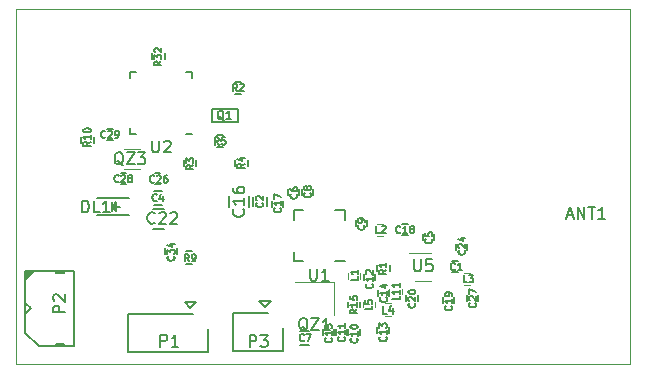
<source format=gbr>
G04 #@! TF.FileFunction,Legend,Top*
%FSLAX46Y46*%
G04 Gerber Fmt 4.6, Leading zero omitted, Abs format (unit mm)*
G04 Created by KiCad (PCBNEW 4.0.2+dfsg1-stable) date mer 23 gen 2019 10:30:30 CET*
%MOMM*%
G01*
G04 APERTURE LIST*
%ADD10C,0.100000*%
%ADD11C,0.150000*%
%ADD12C,0.120000*%
G04 APERTURE END LIST*
D10*
X173697120Y-70957440D02*
X121697120Y-70957440D01*
X173697120Y-100957440D02*
X173697120Y-70957440D01*
X121697120Y-100957440D02*
X173697120Y-100957440D01*
X121697120Y-70957440D02*
X121697120Y-100957440D01*
D11*
X158642240Y-93241960D02*
X159142240Y-93241960D01*
X159142240Y-92291960D02*
X158642240Y-92291960D01*
X141744140Y-87582300D02*
X141744140Y-86882300D01*
X142944140Y-86882300D02*
X142944140Y-87582300D01*
X134087202Y-87563456D02*
X133387202Y-87563456D01*
X133387202Y-86363456D02*
X134087202Y-86363456D01*
X156161720Y-89997280D02*
X156161720Y-90497280D01*
X157111720Y-90497280D02*
X157111720Y-89997280D01*
X144711400Y-86197440D02*
X144711400Y-86697440D01*
X145661400Y-86697440D02*
X145661400Y-86197440D01*
X145772960Y-98196920D02*
X146472960Y-98196920D01*
X146472960Y-99396920D02*
X145772960Y-99396920D01*
X145892500Y-86210140D02*
X145892500Y-86710140D01*
X146842500Y-86710140D02*
X146842500Y-86210140D01*
X150472120Y-88847840D02*
X150472120Y-89347840D01*
X151422120Y-89347840D02*
X151422120Y-88847840D01*
X150799820Y-98518600D02*
X150799820Y-98018600D01*
X149849820Y-98018600D02*
X149849820Y-98518600D01*
X149738100Y-98519780D02*
X149738100Y-98019780D01*
X148788100Y-98019780D02*
X148788100Y-98519780D01*
X151122360Y-93398340D02*
X151122360Y-93898340D01*
X152072360Y-93898340D02*
X152072360Y-93398340D01*
X153253460Y-98401760D02*
X153253460Y-97901760D01*
X152303460Y-97901760D02*
X152303460Y-98401760D01*
X152328860Y-94708980D02*
X152328860Y-95208980D01*
X153278860Y-95208980D02*
X153278860Y-94708980D01*
X148612880Y-98521140D02*
X148612880Y-98021140D01*
X147662880Y-98021140D02*
X147662880Y-98521140D01*
X139705980Y-86732300D02*
X139705980Y-87732300D01*
X141405980Y-87732300D02*
X141405980Y-86732300D01*
X143380440Y-87193400D02*
X143380440Y-87693400D01*
X144330440Y-87693400D02*
X144330440Y-87193400D01*
X154402980Y-90115220D02*
X154902980Y-90115220D01*
X154902980Y-89165220D02*
X154402980Y-89165220D01*
X158810980Y-95866840D02*
X158810980Y-95366840D01*
X157860980Y-95366840D02*
X157860980Y-95866840D01*
X154744400Y-95140780D02*
X154744400Y-95640780D01*
X155694400Y-95640780D02*
X155694400Y-95140780D01*
X133270222Y-89568596D02*
X134270222Y-89568596D01*
X134270222Y-87868596D02*
X133270222Y-87868596D01*
X158965880Y-90829220D02*
X158965880Y-91329220D01*
X159915880Y-91329220D02*
X159915880Y-90829220D01*
X133432682Y-85774756D02*
X133932682Y-85774756D01*
X133932682Y-84824756D02*
X133432682Y-84824756D01*
X160817580Y-95630620D02*
X160817580Y-95130620D01*
X159867580Y-95130620D02*
X159867580Y-95630620D01*
X130549602Y-85759516D02*
X131049602Y-85759516D01*
X131049602Y-84809516D02*
X130549602Y-84809516D01*
X129907962Y-81060476D02*
X129407962Y-81060476D01*
X129407962Y-82010476D02*
X129907962Y-82010476D01*
X134348200Y-91191080D02*
X134348200Y-91691080D01*
X135298200Y-91691080D02*
X135298200Y-91191080D01*
X128564840Y-88424260D02*
X131264840Y-88424260D01*
X128564840Y-86924260D02*
X131264840Y-86924260D01*
X130064840Y-87824260D02*
X130064840Y-87574260D01*
X130064840Y-87574260D02*
X129914840Y-87724260D01*
X129814840Y-87324260D02*
X129814840Y-88024260D01*
X130164840Y-87674260D02*
X130514840Y-87674260D01*
X129814840Y-87674260D02*
X130164840Y-87324260D01*
X130164840Y-87324260D02*
X130164840Y-88024260D01*
X130164840Y-88024260D02*
X129814840Y-87674260D01*
D12*
X150862440Y-93794620D02*
X150862440Y-93294620D01*
X149802440Y-93294620D02*
X149802440Y-93794620D01*
X152301980Y-90177840D02*
X152801980Y-90177840D01*
X152801980Y-89117840D02*
X152301980Y-89117840D01*
X159637500Y-94335820D02*
X160137500Y-94335820D01*
X160137500Y-93275820D02*
X159637500Y-93275820D01*
X152970840Y-96926620D02*
X153470840Y-96926620D01*
X153470840Y-95866620D02*
X152970840Y-95866620D01*
X151069900Y-95709320D02*
X151069900Y-96209320D01*
X152129900Y-96209320D02*
X152129900Y-95709320D01*
X153282240Y-94610340D02*
X153282240Y-95110340D01*
X154342240Y-95110340D02*
X154342240Y-94610340D01*
D11*
X137972620Y-98034460D02*
X137972620Y-99964460D01*
X137972620Y-99964460D02*
X131222620Y-99964460D01*
X131222620Y-99964460D02*
X131222620Y-96764460D01*
X131222620Y-96764460D02*
X136702620Y-96764460D01*
X136472620Y-96264460D02*
X135972620Y-95764460D01*
X135972620Y-95764460D02*
X136972620Y-95764460D01*
X136972620Y-95764460D02*
X136472620Y-96264460D01*
X122489720Y-93091720D02*
X122489720Y-98391720D01*
X126589720Y-99491720D02*
X123639720Y-99491720D01*
X123639720Y-99491720D02*
X122489720Y-98391720D01*
X125089720Y-93091720D02*
X125089720Y-93291720D01*
X125089720Y-93291720D02*
X125739720Y-93291720D01*
X125739720Y-93291720D02*
X125739720Y-93141720D01*
X125089720Y-99291720D02*
X125739720Y-99291720D01*
X125739720Y-99291720D02*
X125739720Y-99491720D01*
X125089720Y-99491720D02*
X125089720Y-99291720D01*
X122539720Y-93341720D02*
X122739720Y-93141720D01*
X122739720Y-93141720D02*
X122539720Y-93191720D01*
X122489720Y-93541720D02*
X122839720Y-93141720D01*
X122539720Y-93741720D02*
X123089720Y-93141720D01*
X123239720Y-93141720D02*
X122539720Y-93841720D01*
X123039720Y-93091720D02*
X122489720Y-93641720D01*
X122939720Y-96291720D02*
X122539720Y-96691720D01*
X122939720Y-96291720D02*
X122539720Y-95891720D01*
X122489720Y-93091720D02*
X126589720Y-93091720D01*
X126589720Y-93091720D02*
X126589720Y-99491720D01*
X144301340Y-97944100D02*
X144301340Y-99874100D01*
X144301340Y-99874100D02*
X140051340Y-99874100D01*
X140051340Y-99874100D02*
X140051340Y-96674100D01*
X140051340Y-96674100D02*
X143031340Y-96674100D01*
X142801340Y-96174100D02*
X142301340Y-95674100D01*
X142301340Y-95674100D02*
X143301340Y-95674100D01*
X143301340Y-95674100D02*
X142801340Y-96174100D01*
X140502820Y-80534600D02*
X140502820Y-79434600D01*
X140502820Y-79434600D02*
X138302820Y-79434600D01*
X138302820Y-79434600D02*
X138302820Y-80534600D01*
X138302820Y-80534600D02*
X140452820Y-80534600D01*
X140452820Y-80534600D02*
X140502820Y-80534600D01*
D12*
X130819382Y-84511056D02*
X132169382Y-84511056D01*
X130819382Y-82761056D02*
X132169382Y-82761056D01*
D11*
X152278860Y-92631260D02*
X152278860Y-93131260D01*
X153328860Y-93131260D02*
X153328860Y-92631260D01*
X140772540Y-77130420D02*
X140272540Y-77130420D01*
X140272540Y-78180420D02*
X140772540Y-78180420D01*
X136939362Y-84247156D02*
X136939362Y-83747156D01*
X135889362Y-83747156D02*
X135889362Y-84247156D01*
X141315782Y-84256896D02*
X141315782Y-83756896D01*
X140265782Y-83756896D02*
X140265782Y-84256896D01*
X138719602Y-82644676D02*
X139219602Y-82644676D01*
X139219602Y-81594676D02*
X138719602Y-81594676D01*
X136102280Y-92507100D02*
X136602280Y-92507100D01*
X136602280Y-91457100D02*
X136102280Y-91457100D01*
X128275422Y-82245216D02*
X128275422Y-81745216D01*
X127225422Y-81745216D02*
X127225422Y-82245216D01*
X149809980Y-95709320D02*
X149809980Y-96209320D01*
X150859980Y-96209320D02*
X150859980Y-95709320D01*
X133222362Y-74661156D02*
X133222362Y-75161156D01*
X134272362Y-75161156D02*
X134272362Y-74661156D01*
D12*
X156866820Y-91622200D02*
X154966820Y-91622200D01*
X155466820Y-93942200D02*
X156866820Y-93942200D01*
X148628340Y-96869940D02*
X148628340Y-94069940D01*
X148628340Y-94069940D02*
X145328340Y-94069940D01*
D11*
X145223180Y-92298380D02*
X145223180Y-91523380D01*
X149523180Y-87998380D02*
X149523180Y-88773380D01*
X145223180Y-87998380D02*
X145223180Y-88773380D01*
X149523180Y-92298380D02*
X148748180Y-92298380D01*
X149523180Y-87998380D02*
X148748180Y-87998380D01*
X145223180Y-87998380D02*
X145998180Y-87998380D01*
X145223180Y-92298380D02*
X145998180Y-92298380D01*
X131372722Y-81510156D02*
X131372722Y-80985156D01*
X136622722Y-76260156D02*
X136622722Y-76785156D01*
X131372722Y-76260156D02*
X131372722Y-76785156D01*
X136622722Y-81510156D02*
X136097722Y-81510156D01*
X136622722Y-76260156D02*
X136097722Y-76260156D01*
X131372722Y-76260156D02*
X131897722Y-76260156D01*
X131372722Y-81510156D02*
X131897722Y-81510156D01*
X168339972Y-88424047D02*
X168816163Y-88424047D01*
X168244734Y-88709761D02*
X168578067Y-87709761D01*
X168911401Y-88709761D01*
X169244734Y-88709761D02*
X169244734Y-87709761D01*
X169816163Y-88709761D01*
X169816163Y-87709761D01*
X170149496Y-87709761D02*
X170720925Y-87709761D01*
X170435210Y-88709761D02*
X170435210Y-87709761D01*
X171578068Y-88709761D02*
X171006639Y-88709761D01*
X171292353Y-88709761D02*
X171292353Y-87709761D01*
X171197115Y-87852618D01*
X171101877Y-87947856D01*
X171006639Y-87995475D01*
X158873520Y-92977626D02*
X158844949Y-93006197D01*
X158759235Y-93034769D01*
X158702092Y-93034769D01*
X158616377Y-93006197D01*
X158559235Y-92949054D01*
X158530663Y-92891911D01*
X158502092Y-92777626D01*
X158502092Y-92691911D01*
X158530663Y-92577626D01*
X158559235Y-92520483D01*
X158616377Y-92463340D01*
X158702092Y-92434769D01*
X158759235Y-92434769D01*
X158844949Y-92463340D01*
X158873520Y-92491911D01*
X159444949Y-93034769D02*
X159102092Y-93034769D01*
X159273520Y-93034769D02*
X159273520Y-92434769D01*
X159216377Y-92520483D01*
X159159235Y-92577626D01*
X159102092Y-92606197D01*
X142568586Y-87349000D02*
X142597157Y-87377571D01*
X142625729Y-87463285D01*
X142625729Y-87520428D01*
X142597157Y-87606143D01*
X142540014Y-87663285D01*
X142482871Y-87691857D01*
X142368586Y-87720428D01*
X142282871Y-87720428D01*
X142168586Y-87691857D01*
X142111443Y-87663285D01*
X142054300Y-87606143D01*
X142025729Y-87520428D01*
X142025729Y-87463285D01*
X142054300Y-87377571D01*
X142082871Y-87349000D01*
X142082871Y-87120428D02*
X142054300Y-87091857D01*
X142025729Y-87034714D01*
X142025729Y-86891857D01*
X142054300Y-86834714D01*
X142082871Y-86806143D01*
X142140014Y-86777571D01*
X142197157Y-86777571D01*
X142282871Y-86806143D01*
X142625729Y-87149000D01*
X142625729Y-86777571D01*
X133603060Y-87155946D02*
X133574489Y-87184517D01*
X133488775Y-87213089D01*
X133431632Y-87213089D01*
X133345917Y-87184517D01*
X133288775Y-87127374D01*
X133260203Y-87070231D01*
X133231632Y-86955946D01*
X133231632Y-86870231D01*
X133260203Y-86755946D01*
X133288775Y-86698803D01*
X133345917Y-86641660D01*
X133431632Y-86613089D01*
X133488775Y-86613089D01*
X133574489Y-86641660D01*
X133603060Y-86670231D01*
X134117346Y-86813089D02*
X134117346Y-87213089D01*
X133974489Y-86584517D02*
X133831632Y-87013089D01*
X134203060Y-87013089D01*
X156881486Y-90422400D02*
X156910057Y-90450971D01*
X156938629Y-90536685D01*
X156938629Y-90593828D01*
X156910057Y-90679543D01*
X156852914Y-90736685D01*
X156795771Y-90765257D01*
X156681486Y-90793828D01*
X156595771Y-90793828D01*
X156481486Y-90765257D01*
X156424343Y-90736685D01*
X156367200Y-90679543D01*
X156338629Y-90593828D01*
X156338629Y-90536685D01*
X156367200Y-90450971D01*
X156395771Y-90422400D01*
X156338629Y-89879543D02*
X156338629Y-90165257D01*
X156624343Y-90193828D01*
X156595771Y-90165257D01*
X156567200Y-90108114D01*
X156567200Y-89965257D01*
X156595771Y-89908114D01*
X156624343Y-89879543D01*
X156681486Y-89850971D01*
X156824343Y-89850971D01*
X156881486Y-89879543D01*
X156910057Y-89908114D01*
X156938629Y-89965257D01*
X156938629Y-90108114D01*
X156910057Y-90165257D01*
X156881486Y-90193828D01*
X145454026Y-86614940D02*
X145482597Y-86643511D01*
X145511169Y-86729225D01*
X145511169Y-86786368D01*
X145482597Y-86872083D01*
X145425454Y-86929225D01*
X145368311Y-86957797D01*
X145254026Y-86986368D01*
X145168311Y-86986368D01*
X145054026Y-86957797D01*
X144996883Y-86929225D01*
X144939740Y-86872083D01*
X144911169Y-86786368D01*
X144911169Y-86729225D01*
X144939740Y-86643511D01*
X144968311Y-86614940D01*
X144911169Y-86100654D02*
X144911169Y-86214940D01*
X144939740Y-86272083D01*
X144968311Y-86300654D01*
X145054026Y-86357797D01*
X145168311Y-86386368D01*
X145396883Y-86386368D01*
X145454026Y-86357797D01*
X145482597Y-86329225D01*
X145511169Y-86272083D01*
X145511169Y-86157797D01*
X145482597Y-86100654D01*
X145454026Y-86072083D01*
X145396883Y-86043511D01*
X145254026Y-86043511D01*
X145196883Y-86072083D01*
X145168311Y-86100654D01*
X145139740Y-86157797D01*
X145139740Y-86272083D01*
X145168311Y-86329225D01*
X145196883Y-86357797D01*
X145254026Y-86386368D01*
X146087160Y-99007586D02*
X146058589Y-99036157D01*
X145972875Y-99064729D01*
X145915732Y-99064729D01*
X145830017Y-99036157D01*
X145772875Y-98979014D01*
X145744303Y-98921871D01*
X145715732Y-98807586D01*
X145715732Y-98721871D01*
X145744303Y-98607586D01*
X145772875Y-98550443D01*
X145830017Y-98493300D01*
X145915732Y-98464729D01*
X145972875Y-98464729D01*
X146058589Y-98493300D01*
X146087160Y-98521871D01*
X146287160Y-98464729D02*
X146687160Y-98464729D01*
X146430017Y-99064729D01*
X146612266Y-86503180D02*
X146640837Y-86531751D01*
X146669409Y-86617465D01*
X146669409Y-86674608D01*
X146640837Y-86760323D01*
X146583694Y-86817465D01*
X146526551Y-86846037D01*
X146412266Y-86874608D01*
X146326551Y-86874608D01*
X146212266Y-86846037D01*
X146155123Y-86817465D01*
X146097980Y-86760323D01*
X146069409Y-86674608D01*
X146069409Y-86617465D01*
X146097980Y-86531751D01*
X146126551Y-86503180D01*
X146326551Y-86160323D02*
X146297980Y-86217465D01*
X146269409Y-86246037D01*
X146212266Y-86274608D01*
X146183694Y-86274608D01*
X146126551Y-86246037D01*
X146097980Y-86217465D01*
X146069409Y-86160323D01*
X146069409Y-86046037D01*
X146097980Y-85988894D01*
X146126551Y-85960323D01*
X146183694Y-85931751D01*
X146212266Y-85931751D01*
X146269409Y-85960323D01*
X146297980Y-85988894D01*
X146326551Y-86046037D01*
X146326551Y-86160323D01*
X146355123Y-86217465D01*
X146383694Y-86246037D01*
X146440837Y-86274608D01*
X146555123Y-86274608D01*
X146612266Y-86246037D01*
X146640837Y-86217465D01*
X146669409Y-86160323D01*
X146669409Y-86046037D01*
X146640837Y-85988894D01*
X146612266Y-85960323D01*
X146555123Y-85931751D01*
X146440837Y-85931751D01*
X146383694Y-85960323D01*
X146355123Y-85988894D01*
X146326551Y-86046037D01*
X151171566Y-89248920D02*
X151200137Y-89277491D01*
X151228709Y-89363205D01*
X151228709Y-89420348D01*
X151200137Y-89506063D01*
X151142994Y-89563205D01*
X151085851Y-89591777D01*
X150971566Y-89620348D01*
X150885851Y-89620348D01*
X150771566Y-89591777D01*
X150714423Y-89563205D01*
X150657280Y-89506063D01*
X150628709Y-89420348D01*
X150628709Y-89363205D01*
X150657280Y-89277491D01*
X150685851Y-89248920D01*
X151228709Y-88963205D02*
X151228709Y-88848920D01*
X151200137Y-88791777D01*
X151171566Y-88763205D01*
X151085851Y-88706063D01*
X150971566Y-88677491D01*
X150742994Y-88677491D01*
X150685851Y-88706063D01*
X150657280Y-88734634D01*
X150628709Y-88791777D01*
X150628709Y-88906063D01*
X150657280Y-88963205D01*
X150685851Y-88991777D01*
X150742994Y-89020348D01*
X150885851Y-89020348D01*
X150942994Y-88991777D01*
X150971566Y-88963205D01*
X151000137Y-88906063D01*
X151000137Y-88791777D01*
X150971566Y-88734634D01*
X150942994Y-88706063D01*
X150885851Y-88677491D01*
X150559426Y-98818335D02*
X150587997Y-98846906D01*
X150616569Y-98932620D01*
X150616569Y-98989763D01*
X150587997Y-99075478D01*
X150530854Y-99132620D01*
X150473711Y-99161192D01*
X150359426Y-99189763D01*
X150273711Y-99189763D01*
X150159426Y-99161192D01*
X150102283Y-99132620D01*
X150045140Y-99075478D01*
X150016569Y-98989763D01*
X150016569Y-98932620D01*
X150045140Y-98846906D01*
X150073711Y-98818335D01*
X150616569Y-98246906D02*
X150616569Y-98589763D01*
X150616569Y-98418335D02*
X150016569Y-98418335D01*
X150102283Y-98475478D01*
X150159426Y-98532620D01*
X150187997Y-98589763D01*
X150016569Y-97875477D02*
X150016569Y-97818334D01*
X150045140Y-97761191D01*
X150073711Y-97732620D01*
X150130854Y-97704049D01*
X150245140Y-97675477D01*
X150387997Y-97675477D01*
X150502283Y-97704049D01*
X150559426Y-97732620D01*
X150587997Y-97761191D01*
X150616569Y-97818334D01*
X150616569Y-97875477D01*
X150587997Y-97932620D01*
X150559426Y-97961191D01*
X150502283Y-97989763D01*
X150387997Y-98018334D01*
X150245140Y-98018334D01*
X150130854Y-97989763D01*
X150073711Y-97961191D01*
X150045140Y-97932620D01*
X150016569Y-97875477D01*
X149505326Y-98711655D02*
X149533897Y-98740226D01*
X149562469Y-98825940D01*
X149562469Y-98883083D01*
X149533897Y-98968798D01*
X149476754Y-99025940D01*
X149419611Y-99054512D01*
X149305326Y-99083083D01*
X149219611Y-99083083D01*
X149105326Y-99054512D01*
X149048183Y-99025940D01*
X148991040Y-98968798D01*
X148962469Y-98883083D01*
X148962469Y-98825940D01*
X148991040Y-98740226D01*
X149019611Y-98711655D01*
X149562469Y-98140226D02*
X149562469Y-98483083D01*
X149562469Y-98311655D02*
X148962469Y-98311655D01*
X149048183Y-98368798D01*
X149105326Y-98425940D01*
X149133897Y-98483083D01*
X149562469Y-97568797D02*
X149562469Y-97911654D01*
X149562469Y-97740226D02*
X148962469Y-97740226D01*
X149048183Y-97797369D01*
X149105326Y-97854511D01*
X149133897Y-97911654D01*
X151854826Y-94192995D02*
X151883397Y-94221566D01*
X151911969Y-94307280D01*
X151911969Y-94364423D01*
X151883397Y-94450138D01*
X151826254Y-94507280D01*
X151769111Y-94535852D01*
X151654826Y-94564423D01*
X151569111Y-94564423D01*
X151454826Y-94535852D01*
X151397683Y-94507280D01*
X151340540Y-94450138D01*
X151311969Y-94364423D01*
X151311969Y-94307280D01*
X151340540Y-94221566D01*
X151369111Y-94192995D01*
X151911969Y-93621566D02*
X151911969Y-93964423D01*
X151911969Y-93792995D02*
X151311969Y-93792995D01*
X151397683Y-93850138D01*
X151454826Y-93907280D01*
X151483397Y-93964423D01*
X151369111Y-93392994D02*
X151340540Y-93364423D01*
X151311969Y-93307280D01*
X151311969Y-93164423D01*
X151340540Y-93107280D01*
X151369111Y-93078709D01*
X151426254Y-93050137D01*
X151483397Y-93050137D01*
X151569111Y-93078709D01*
X151911969Y-93421566D01*
X151911969Y-93050137D01*
X153015606Y-98696415D02*
X153044177Y-98724986D01*
X153072749Y-98810700D01*
X153072749Y-98867843D01*
X153044177Y-98953558D01*
X152987034Y-99010700D01*
X152929891Y-99039272D01*
X152815606Y-99067843D01*
X152729891Y-99067843D01*
X152615606Y-99039272D01*
X152558463Y-99010700D01*
X152501320Y-98953558D01*
X152472749Y-98867843D01*
X152472749Y-98810700D01*
X152501320Y-98724986D01*
X152529891Y-98696415D01*
X153072749Y-98124986D02*
X153072749Y-98467843D01*
X153072749Y-98296415D02*
X152472749Y-98296415D01*
X152558463Y-98353558D01*
X152615606Y-98410700D01*
X152644177Y-98467843D01*
X152472749Y-97924986D02*
X152472749Y-97553557D01*
X152701320Y-97753557D01*
X152701320Y-97667843D01*
X152729891Y-97610700D01*
X152758463Y-97582129D01*
X152815606Y-97553557D01*
X152958463Y-97553557D01*
X153015606Y-97582129D01*
X153044177Y-97610700D01*
X153072749Y-97667843D01*
X153072749Y-97839271D01*
X153044177Y-97896414D01*
X153015606Y-97924986D01*
X153066406Y-95366475D02*
X153094977Y-95395046D01*
X153123549Y-95480760D01*
X153123549Y-95537903D01*
X153094977Y-95623618D01*
X153037834Y-95680760D01*
X152980691Y-95709332D01*
X152866406Y-95737903D01*
X152780691Y-95737903D01*
X152666406Y-95709332D01*
X152609263Y-95680760D01*
X152552120Y-95623618D01*
X152523549Y-95537903D01*
X152523549Y-95480760D01*
X152552120Y-95395046D01*
X152580691Y-95366475D01*
X153123549Y-94795046D02*
X153123549Y-95137903D01*
X153123549Y-94966475D02*
X152523549Y-94966475D01*
X152609263Y-95023618D01*
X152666406Y-95080760D01*
X152694977Y-95137903D01*
X152723549Y-94280760D02*
X153123549Y-94280760D01*
X152494977Y-94423617D02*
X152923549Y-94566474D01*
X152923549Y-94195046D01*
X148390266Y-98787855D02*
X148418837Y-98816426D01*
X148447409Y-98902140D01*
X148447409Y-98959283D01*
X148418837Y-99044998D01*
X148361694Y-99102140D01*
X148304551Y-99130712D01*
X148190266Y-99159283D01*
X148104551Y-99159283D01*
X147990266Y-99130712D01*
X147933123Y-99102140D01*
X147875980Y-99044998D01*
X147847409Y-98959283D01*
X147847409Y-98902140D01*
X147875980Y-98816426D01*
X147904551Y-98787855D01*
X148447409Y-98216426D02*
X148447409Y-98559283D01*
X148447409Y-98387855D02*
X147847409Y-98387855D01*
X147933123Y-98444998D01*
X147990266Y-98502140D01*
X148018837Y-98559283D01*
X147847409Y-97673569D02*
X147847409Y-97959283D01*
X148133123Y-97987854D01*
X148104551Y-97959283D01*
X148075980Y-97902140D01*
X148075980Y-97759283D01*
X148104551Y-97702140D01*
X148133123Y-97673569D01*
X148190266Y-97644997D01*
X148333123Y-97644997D01*
X148390266Y-97673569D01*
X148418837Y-97702140D01*
X148447409Y-97759283D01*
X148447409Y-97902140D01*
X148418837Y-97959283D01*
X148390266Y-97987854D01*
X140946143Y-87891857D02*
X140993762Y-87939476D01*
X141041381Y-88082333D01*
X141041381Y-88177571D01*
X140993762Y-88320429D01*
X140898524Y-88415667D01*
X140803286Y-88463286D01*
X140612810Y-88510905D01*
X140469952Y-88510905D01*
X140279476Y-88463286D01*
X140184238Y-88415667D01*
X140089000Y-88320429D01*
X140041381Y-88177571D01*
X140041381Y-88082333D01*
X140089000Y-87939476D01*
X140136619Y-87891857D01*
X141041381Y-86939476D02*
X141041381Y-87510905D01*
X141041381Y-87225191D02*
X140041381Y-87225191D01*
X140184238Y-87320429D01*
X140279476Y-87415667D01*
X140327095Y-87510905D01*
X140041381Y-86082333D02*
X140041381Y-86272810D01*
X140089000Y-86368048D01*
X140136619Y-86415667D01*
X140279476Y-86510905D01*
X140469952Y-86558524D01*
X140850905Y-86558524D01*
X140946143Y-86510905D01*
X140993762Y-86463286D01*
X141041381Y-86368048D01*
X141041381Y-86177571D01*
X140993762Y-86082333D01*
X140946143Y-86034714D01*
X140850905Y-85987095D01*
X140612810Y-85987095D01*
X140517571Y-86034714D01*
X140469952Y-86082333D01*
X140422333Y-86177571D01*
X140422333Y-86368048D01*
X140469952Y-86463286D01*
X140517571Y-86510905D01*
X140612810Y-86558524D01*
X144087506Y-87796195D02*
X144116077Y-87824766D01*
X144144649Y-87910480D01*
X144144649Y-87967623D01*
X144116077Y-88053338D01*
X144058934Y-88110480D01*
X144001791Y-88139052D01*
X143887506Y-88167623D01*
X143801791Y-88167623D01*
X143687506Y-88139052D01*
X143630363Y-88110480D01*
X143573220Y-88053338D01*
X143544649Y-87967623D01*
X143544649Y-87910480D01*
X143573220Y-87824766D01*
X143601791Y-87796195D01*
X144144649Y-87224766D02*
X144144649Y-87567623D01*
X144144649Y-87396195D02*
X143544649Y-87396195D01*
X143630363Y-87453338D01*
X143687506Y-87510480D01*
X143716077Y-87567623D01*
X143544649Y-87024766D02*
X143544649Y-86624766D01*
X144144649Y-86881909D01*
X154249485Y-89848346D02*
X154220914Y-89876917D01*
X154135200Y-89905489D01*
X154078057Y-89905489D01*
X153992342Y-89876917D01*
X153935200Y-89819774D01*
X153906628Y-89762631D01*
X153878057Y-89648346D01*
X153878057Y-89562631D01*
X153906628Y-89448346D01*
X153935200Y-89391203D01*
X153992342Y-89334060D01*
X154078057Y-89305489D01*
X154135200Y-89305489D01*
X154220914Y-89334060D01*
X154249485Y-89362631D01*
X154820914Y-89905489D02*
X154478057Y-89905489D01*
X154649485Y-89905489D02*
X154649485Y-89305489D01*
X154592342Y-89391203D01*
X154535200Y-89448346D01*
X154478057Y-89476917D01*
X155163771Y-89562631D02*
X155106629Y-89534060D01*
X155078057Y-89505489D01*
X155049486Y-89448346D01*
X155049486Y-89419774D01*
X155078057Y-89362631D01*
X155106629Y-89334060D01*
X155163771Y-89305489D01*
X155278057Y-89305489D01*
X155335200Y-89334060D01*
X155363771Y-89362631D01*
X155392343Y-89419774D01*
X155392343Y-89448346D01*
X155363771Y-89505489D01*
X155335200Y-89534060D01*
X155278057Y-89562631D01*
X155163771Y-89562631D01*
X155106629Y-89591203D01*
X155078057Y-89619774D01*
X155049486Y-89676917D01*
X155049486Y-89791203D01*
X155078057Y-89848346D01*
X155106629Y-89876917D01*
X155163771Y-89905489D01*
X155278057Y-89905489D01*
X155335200Y-89876917D01*
X155363771Y-89848346D01*
X155392343Y-89791203D01*
X155392343Y-89676917D01*
X155363771Y-89619774D01*
X155335200Y-89591203D01*
X155278057Y-89562631D01*
X158570586Y-96070055D02*
X158599157Y-96098626D01*
X158627729Y-96184340D01*
X158627729Y-96241483D01*
X158599157Y-96327198D01*
X158542014Y-96384340D01*
X158484871Y-96412912D01*
X158370586Y-96441483D01*
X158284871Y-96441483D01*
X158170586Y-96412912D01*
X158113443Y-96384340D01*
X158056300Y-96327198D01*
X158027729Y-96241483D01*
X158027729Y-96184340D01*
X158056300Y-96098626D01*
X158084871Y-96070055D01*
X158627729Y-95498626D02*
X158627729Y-95841483D01*
X158627729Y-95670055D02*
X158027729Y-95670055D01*
X158113443Y-95727198D01*
X158170586Y-95784340D01*
X158199157Y-95841483D01*
X158627729Y-95212911D02*
X158627729Y-95098626D01*
X158599157Y-95041483D01*
X158570586Y-95012911D01*
X158484871Y-94955769D01*
X158370586Y-94927197D01*
X158142014Y-94927197D01*
X158084871Y-94955769D01*
X158056300Y-94984340D01*
X158027729Y-95041483D01*
X158027729Y-95155769D01*
X158056300Y-95212911D01*
X158084871Y-95241483D01*
X158142014Y-95270054D01*
X158284871Y-95270054D01*
X158342014Y-95241483D01*
X158370586Y-95212911D01*
X158399157Y-95155769D01*
X158399157Y-95041483D01*
X158370586Y-94984340D01*
X158342014Y-94955769D01*
X158284871Y-94927197D01*
X155456546Y-95864315D02*
X155485117Y-95892886D01*
X155513689Y-95978600D01*
X155513689Y-96035743D01*
X155485117Y-96121458D01*
X155427974Y-96178600D01*
X155370831Y-96207172D01*
X155256546Y-96235743D01*
X155170831Y-96235743D01*
X155056546Y-96207172D01*
X154999403Y-96178600D01*
X154942260Y-96121458D01*
X154913689Y-96035743D01*
X154913689Y-95978600D01*
X154942260Y-95892886D01*
X154970831Y-95864315D01*
X154970831Y-95635743D02*
X154942260Y-95607172D01*
X154913689Y-95550029D01*
X154913689Y-95407172D01*
X154942260Y-95350029D01*
X154970831Y-95321458D01*
X155027974Y-95292886D01*
X155085117Y-95292886D01*
X155170831Y-95321458D01*
X155513689Y-95664315D01*
X155513689Y-95292886D01*
X154913689Y-94921457D02*
X154913689Y-94864314D01*
X154942260Y-94807171D01*
X154970831Y-94778600D01*
X155027974Y-94750029D01*
X155142260Y-94721457D01*
X155285117Y-94721457D01*
X155399403Y-94750029D01*
X155456546Y-94778600D01*
X155485117Y-94807171D01*
X155513689Y-94864314D01*
X155513689Y-94921457D01*
X155485117Y-94978600D01*
X155456546Y-95007171D01*
X155399403Y-95035743D01*
X155285117Y-95064314D01*
X155142260Y-95064314D01*
X155027974Y-95035743D01*
X154970831Y-95007171D01*
X154942260Y-94978600D01*
X154913689Y-94921457D01*
X133441203Y-89053943D02*
X133393584Y-89101562D01*
X133250727Y-89149181D01*
X133155489Y-89149181D01*
X133012631Y-89101562D01*
X132917393Y-89006324D01*
X132869774Y-88911086D01*
X132822155Y-88720610D01*
X132822155Y-88577752D01*
X132869774Y-88387276D01*
X132917393Y-88292038D01*
X133012631Y-88196800D01*
X133155489Y-88149181D01*
X133250727Y-88149181D01*
X133393584Y-88196800D01*
X133441203Y-88244419D01*
X133822155Y-88244419D02*
X133869774Y-88196800D01*
X133965012Y-88149181D01*
X134203108Y-88149181D01*
X134298346Y-88196800D01*
X134345965Y-88244419D01*
X134393584Y-88339657D01*
X134393584Y-88434895D01*
X134345965Y-88577752D01*
X133774536Y-89149181D01*
X134393584Y-89149181D01*
X134774536Y-88244419D02*
X134822155Y-88196800D01*
X134917393Y-88149181D01*
X135155489Y-88149181D01*
X135250727Y-88196800D01*
X135298346Y-88244419D01*
X135345965Y-88339657D01*
X135345965Y-88434895D01*
X135298346Y-88577752D01*
X134726917Y-89149181D01*
X135345965Y-89149181D01*
X159688186Y-91381215D02*
X159716757Y-91409786D01*
X159745329Y-91495500D01*
X159745329Y-91552643D01*
X159716757Y-91638358D01*
X159659614Y-91695500D01*
X159602471Y-91724072D01*
X159488186Y-91752643D01*
X159402471Y-91752643D01*
X159288186Y-91724072D01*
X159231043Y-91695500D01*
X159173900Y-91638358D01*
X159145329Y-91552643D01*
X159145329Y-91495500D01*
X159173900Y-91409786D01*
X159202471Y-91381215D01*
X159202471Y-91152643D02*
X159173900Y-91124072D01*
X159145329Y-91066929D01*
X159145329Y-90924072D01*
X159173900Y-90866929D01*
X159202471Y-90838358D01*
X159259614Y-90809786D01*
X159316757Y-90809786D01*
X159402471Y-90838358D01*
X159745329Y-91181215D01*
X159745329Y-90809786D01*
X159345329Y-90295500D02*
X159745329Y-90295500D01*
X159116757Y-90438357D02*
X159545329Y-90581214D01*
X159545329Y-90209786D01*
X133406245Y-85578606D02*
X133377674Y-85607177D01*
X133291960Y-85635749D01*
X133234817Y-85635749D01*
X133149102Y-85607177D01*
X133091960Y-85550034D01*
X133063388Y-85492891D01*
X133034817Y-85378606D01*
X133034817Y-85292891D01*
X133063388Y-85178606D01*
X133091960Y-85121463D01*
X133149102Y-85064320D01*
X133234817Y-85035749D01*
X133291960Y-85035749D01*
X133377674Y-85064320D01*
X133406245Y-85092891D01*
X133634817Y-85092891D02*
X133663388Y-85064320D01*
X133720531Y-85035749D01*
X133863388Y-85035749D01*
X133920531Y-85064320D01*
X133949102Y-85092891D01*
X133977674Y-85150034D01*
X133977674Y-85207177D01*
X133949102Y-85292891D01*
X133606245Y-85635749D01*
X133977674Y-85635749D01*
X134491960Y-85035749D02*
X134377674Y-85035749D01*
X134320531Y-85064320D01*
X134291960Y-85092891D01*
X134234817Y-85178606D01*
X134206246Y-85292891D01*
X134206246Y-85521463D01*
X134234817Y-85578606D01*
X134263389Y-85607177D01*
X134320531Y-85635749D01*
X134434817Y-85635749D01*
X134491960Y-85607177D01*
X134520531Y-85578606D01*
X134549103Y-85521463D01*
X134549103Y-85378606D01*
X134520531Y-85321463D01*
X134491960Y-85292891D01*
X134434817Y-85264320D01*
X134320531Y-85264320D01*
X134263389Y-85292891D01*
X134234817Y-85321463D01*
X134206246Y-85378606D01*
X160589886Y-95826215D02*
X160618457Y-95854786D01*
X160647029Y-95940500D01*
X160647029Y-95997643D01*
X160618457Y-96083358D01*
X160561314Y-96140500D01*
X160504171Y-96169072D01*
X160389886Y-96197643D01*
X160304171Y-96197643D01*
X160189886Y-96169072D01*
X160132743Y-96140500D01*
X160075600Y-96083358D01*
X160047029Y-95997643D01*
X160047029Y-95940500D01*
X160075600Y-95854786D01*
X160104171Y-95826215D01*
X160104171Y-95597643D02*
X160075600Y-95569072D01*
X160047029Y-95511929D01*
X160047029Y-95369072D01*
X160075600Y-95311929D01*
X160104171Y-95283358D01*
X160161314Y-95254786D01*
X160218457Y-95254786D01*
X160304171Y-95283358D01*
X160647029Y-95626215D01*
X160647029Y-95254786D01*
X160047029Y-95054786D02*
X160047029Y-94654786D01*
X160647029Y-94911929D01*
X130393805Y-85548126D02*
X130365234Y-85576697D01*
X130279520Y-85605269D01*
X130222377Y-85605269D01*
X130136662Y-85576697D01*
X130079520Y-85519554D01*
X130050948Y-85462411D01*
X130022377Y-85348126D01*
X130022377Y-85262411D01*
X130050948Y-85148126D01*
X130079520Y-85090983D01*
X130136662Y-85033840D01*
X130222377Y-85005269D01*
X130279520Y-85005269D01*
X130365234Y-85033840D01*
X130393805Y-85062411D01*
X130622377Y-85062411D02*
X130650948Y-85033840D01*
X130708091Y-85005269D01*
X130850948Y-85005269D01*
X130908091Y-85033840D01*
X130936662Y-85062411D01*
X130965234Y-85119554D01*
X130965234Y-85176697D01*
X130936662Y-85262411D01*
X130593805Y-85605269D01*
X130965234Y-85605269D01*
X131308091Y-85262411D02*
X131250949Y-85233840D01*
X131222377Y-85205269D01*
X131193806Y-85148126D01*
X131193806Y-85119554D01*
X131222377Y-85062411D01*
X131250949Y-85033840D01*
X131308091Y-85005269D01*
X131422377Y-85005269D01*
X131479520Y-85033840D01*
X131508091Y-85062411D01*
X131536663Y-85119554D01*
X131536663Y-85148126D01*
X131508091Y-85205269D01*
X131479520Y-85233840D01*
X131422377Y-85262411D01*
X131308091Y-85262411D01*
X131250949Y-85290983D01*
X131222377Y-85319554D01*
X131193806Y-85376697D01*
X131193806Y-85490983D01*
X131222377Y-85548126D01*
X131250949Y-85576697D01*
X131308091Y-85605269D01*
X131422377Y-85605269D01*
X131479520Y-85576697D01*
X131508091Y-85548126D01*
X131536663Y-85490983D01*
X131536663Y-85376697D01*
X131508091Y-85319554D01*
X131479520Y-85290983D01*
X131422377Y-85262411D01*
X129253345Y-81776226D02*
X129224774Y-81804797D01*
X129139060Y-81833369D01*
X129081917Y-81833369D01*
X128996202Y-81804797D01*
X128939060Y-81747654D01*
X128910488Y-81690511D01*
X128881917Y-81576226D01*
X128881917Y-81490511D01*
X128910488Y-81376226D01*
X128939060Y-81319083D01*
X128996202Y-81261940D01*
X129081917Y-81233369D01*
X129139060Y-81233369D01*
X129224774Y-81261940D01*
X129253345Y-81290511D01*
X129481917Y-81290511D02*
X129510488Y-81261940D01*
X129567631Y-81233369D01*
X129710488Y-81233369D01*
X129767631Y-81261940D01*
X129796202Y-81290511D01*
X129824774Y-81347654D01*
X129824774Y-81404797D01*
X129796202Y-81490511D01*
X129453345Y-81833369D01*
X129824774Y-81833369D01*
X130110489Y-81833369D02*
X130224774Y-81833369D01*
X130281917Y-81804797D01*
X130310489Y-81776226D01*
X130367631Y-81690511D01*
X130396203Y-81576226D01*
X130396203Y-81347654D01*
X130367631Y-81290511D01*
X130339060Y-81261940D01*
X130281917Y-81233369D01*
X130167631Y-81233369D01*
X130110489Y-81261940D01*
X130081917Y-81290511D01*
X130053346Y-81347654D01*
X130053346Y-81490511D01*
X130081917Y-81547654D01*
X130110489Y-81576226D01*
X130167631Y-81604797D01*
X130281917Y-81604797D01*
X130339060Y-81576226D01*
X130367631Y-81547654D01*
X130396203Y-81490511D01*
X135062886Y-91884135D02*
X135091457Y-91912706D01*
X135120029Y-91998420D01*
X135120029Y-92055563D01*
X135091457Y-92141278D01*
X135034314Y-92198420D01*
X134977171Y-92226992D01*
X134862886Y-92255563D01*
X134777171Y-92255563D01*
X134662886Y-92226992D01*
X134605743Y-92198420D01*
X134548600Y-92141278D01*
X134520029Y-92055563D01*
X134520029Y-91998420D01*
X134548600Y-91912706D01*
X134577171Y-91884135D01*
X134520029Y-91684135D02*
X134520029Y-91312706D01*
X134748600Y-91512706D01*
X134748600Y-91426992D01*
X134777171Y-91369849D01*
X134805743Y-91341278D01*
X134862886Y-91312706D01*
X135005743Y-91312706D01*
X135062886Y-91341278D01*
X135091457Y-91369849D01*
X135120029Y-91426992D01*
X135120029Y-91598420D01*
X135091457Y-91655563D01*
X135062886Y-91684135D01*
X134720029Y-90798420D02*
X135120029Y-90798420D01*
X134491457Y-90941277D02*
X134920029Y-91084134D01*
X134920029Y-90712706D01*
X127312563Y-88171281D02*
X127312563Y-87171281D01*
X127550658Y-87171281D01*
X127693516Y-87218900D01*
X127788754Y-87314138D01*
X127836373Y-87409376D01*
X127883992Y-87599852D01*
X127883992Y-87742710D01*
X127836373Y-87933186D01*
X127788754Y-88028424D01*
X127693516Y-88123662D01*
X127550658Y-88171281D01*
X127312563Y-88171281D01*
X128788754Y-88171281D02*
X128312563Y-88171281D01*
X128312563Y-87171281D01*
X129645897Y-88171281D02*
X129074468Y-88171281D01*
X129360182Y-88171281D02*
X129360182Y-87171281D01*
X129264944Y-87314138D01*
X129169706Y-87409376D01*
X129074468Y-87456995D01*
X150631809Y-93574540D02*
X150631809Y-93860254D01*
X150031809Y-93860254D01*
X150631809Y-93060254D02*
X150631809Y-93403111D01*
X150631809Y-93231683D02*
X150031809Y-93231683D01*
X150117523Y-93288826D01*
X150174666Y-93345968D01*
X150203237Y-93403111D01*
X152487960Y-89892789D02*
X152202246Y-89892789D01*
X152202246Y-89292789D01*
X152659389Y-89349931D02*
X152687960Y-89321360D01*
X152745103Y-89292789D01*
X152887960Y-89292789D01*
X152945103Y-89321360D01*
X152973674Y-89349931D01*
X153002246Y-89407074D01*
X153002246Y-89464217D01*
X152973674Y-89549931D01*
X152630817Y-89892789D01*
X153002246Y-89892789D01*
X159902220Y-94093949D02*
X159616506Y-94093949D01*
X159616506Y-93493949D01*
X160045077Y-93493949D02*
X160416506Y-93493949D01*
X160216506Y-93722520D01*
X160302220Y-93722520D01*
X160359363Y-93751091D01*
X160387934Y-93779663D01*
X160416506Y-93836806D01*
X160416506Y-93979663D01*
X160387934Y-94036806D01*
X160359363Y-94065377D01*
X160302220Y-94093949D01*
X160130792Y-94093949D01*
X160073649Y-94065377D01*
X160045077Y-94036806D01*
X153080893Y-96755387D02*
X152747560Y-96755387D01*
X152747560Y-96055387D01*
X153614227Y-96288720D02*
X153614227Y-96755387D01*
X153447560Y-96022053D02*
X153280893Y-96522053D01*
X153714227Y-96522053D01*
X151881489Y-96076440D02*
X151881489Y-96362154D01*
X151281489Y-96362154D01*
X151281489Y-95590726D02*
X151281489Y-95876440D01*
X151567203Y-95905011D01*
X151538631Y-95876440D01*
X151510060Y-95819297D01*
X151510060Y-95676440D01*
X151538631Y-95619297D01*
X151567203Y-95590726D01*
X151624346Y-95562154D01*
X151767203Y-95562154D01*
X151824346Y-95590726D01*
X151852917Y-95619297D01*
X151881489Y-95676440D01*
X151881489Y-95819297D01*
X151852917Y-95876440D01*
X151824346Y-95905011D01*
X154172569Y-95231855D02*
X154172569Y-95517569D01*
X153572569Y-95517569D01*
X154172569Y-94717569D02*
X154172569Y-95060426D01*
X154172569Y-94888998D02*
X153572569Y-94888998D01*
X153658283Y-94946141D01*
X153715426Y-95003283D01*
X153743997Y-95060426D01*
X154172569Y-94146140D02*
X154172569Y-94488997D01*
X154172569Y-94317569D02*
X153572569Y-94317569D01*
X153658283Y-94374712D01*
X153715426Y-94431854D01*
X153743997Y-94488997D01*
X133919245Y-99522541D02*
X133919245Y-98522541D01*
X134300198Y-98522541D01*
X134395436Y-98570160D01*
X134443055Y-98617779D01*
X134490674Y-98713017D01*
X134490674Y-98855874D01*
X134443055Y-98951112D01*
X134395436Y-98998731D01*
X134300198Y-99046350D01*
X133919245Y-99046350D01*
X135443055Y-99522541D02*
X134871626Y-99522541D01*
X135157340Y-99522541D02*
X135157340Y-98522541D01*
X135062102Y-98665398D01*
X134966864Y-98760636D01*
X134871626Y-98808255D01*
X125831861Y-96618015D02*
X124831861Y-96618015D01*
X124831861Y-96237062D01*
X124879480Y-96141824D01*
X124927099Y-96094205D01*
X125022337Y-96046586D01*
X125165194Y-96046586D01*
X125260432Y-96094205D01*
X125308051Y-96141824D01*
X125355670Y-96237062D01*
X125355670Y-96618015D01*
X124927099Y-95665634D02*
X124879480Y-95618015D01*
X124831861Y-95522777D01*
X124831861Y-95284681D01*
X124879480Y-95189443D01*
X124927099Y-95141824D01*
X125022337Y-95094205D01*
X125117575Y-95094205D01*
X125260432Y-95141824D01*
X125831861Y-95713253D01*
X125831861Y-95094205D01*
X141476505Y-99555561D02*
X141476505Y-98555561D01*
X141857458Y-98555561D01*
X141952696Y-98603180D01*
X142000315Y-98650799D01*
X142047934Y-98746037D01*
X142047934Y-98888894D01*
X142000315Y-98984132D01*
X141952696Y-99031751D01*
X141857458Y-99079370D01*
X141476505Y-99079370D01*
X142381267Y-98555561D02*
X143000315Y-98555561D01*
X142666981Y-98936513D01*
X142809839Y-98936513D01*
X142905077Y-98984132D01*
X142952696Y-99031751D01*
X143000315Y-99126990D01*
X143000315Y-99365085D01*
X142952696Y-99460323D01*
X142905077Y-99507942D01*
X142809839Y-99555561D01*
X142524124Y-99555561D01*
X142428886Y-99507942D01*
X142381267Y-99460323D01*
X139286417Y-80348735D02*
X139219751Y-80315402D01*
X139153084Y-80248735D01*
X139053084Y-80148735D01*
X138986417Y-80115402D01*
X138919751Y-80115402D01*
X138953084Y-80282069D02*
X138886417Y-80248735D01*
X138819751Y-80182069D01*
X138786417Y-80048735D01*
X138786417Y-79815402D01*
X138819751Y-79682069D01*
X138886417Y-79615402D01*
X138953084Y-79582069D01*
X139086417Y-79582069D01*
X139153084Y-79615402D01*
X139219751Y-79682069D01*
X139253084Y-79815402D01*
X139253084Y-80048735D01*
X139219751Y-80182069D01*
X139153084Y-80248735D01*
X139086417Y-80282069D01*
X138953084Y-80282069D01*
X139919750Y-80282069D02*
X139519750Y-80282069D01*
X139719750Y-80282069D02*
X139719750Y-79582069D01*
X139653084Y-79682069D01*
X139586417Y-79748735D01*
X139519750Y-79782069D01*
X130782132Y-84182199D02*
X130686894Y-84134580D01*
X130591656Y-84039342D01*
X130448799Y-83896485D01*
X130353560Y-83848866D01*
X130258322Y-83848866D01*
X130305941Y-84086961D02*
X130210703Y-84039342D01*
X130115465Y-83944104D01*
X130067846Y-83753628D01*
X130067846Y-83420294D01*
X130115465Y-83229818D01*
X130210703Y-83134580D01*
X130305941Y-83086961D01*
X130496418Y-83086961D01*
X130591656Y-83134580D01*
X130686894Y-83229818D01*
X130734513Y-83420294D01*
X130734513Y-83753628D01*
X130686894Y-83944104D01*
X130591656Y-84039342D01*
X130496418Y-84086961D01*
X130305941Y-84086961D01*
X131067846Y-83086961D02*
X131734513Y-83086961D01*
X131067846Y-84086961D01*
X131734513Y-84086961D01*
X132020227Y-83086961D02*
X132639275Y-83086961D01*
X132305941Y-83467913D01*
X132448799Y-83467913D01*
X132544037Y-83515532D01*
X132591656Y-83563151D01*
X132639275Y-83658390D01*
X132639275Y-83896485D01*
X132591656Y-83991723D01*
X132544037Y-84039342D01*
X132448799Y-84086961D01*
X132163084Y-84086961D01*
X132067846Y-84039342D01*
X132020227Y-83991723D01*
X153057509Y-93018280D02*
X152771794Y-93218280D01*
X153057509Y-93361137D02*
X152457509Y-93361137D01*
X152457509Y-93132565D01*
X152486080Y-93075423D01*
X152514651Y-93046851D01*
X152571794Y-93018280D01*
X152657509Y-93018280D01*
X152714651Y-93046851D01*
X152743223Y-93075423D01*
X152771794Y-93132565D01*
X152771794Y-93361137D01*
X153057509Y-92446851D02*
X153057509Y-92789708D01*
X153057509Y-92618280D02*
X152457509Y-92618280D01*
X152543223Y-92675423D01*
X152600366Y-92732565D01*
X152628937Y-92789708D01*
X140405404Y-77874631D02*
X140205404Y-77588916D01*
X140062547Y-77874631D02*
X140062547Y-77274631D01*
X140291119Y-77274631D01*
X140348261Y-77303202D01*
X140376833Y-77331773D01*
X140405404Y-77388916D01*
X140405404Y-77474631D01*
X140376833Y-77531773D01*
X140348261Y-77560345D01*
X140291119Y-77588916D01*
X140062547Y-77588916D01*
X140633976Y-77331773D02*
X140662547Y-77303202D01*
X140719690Y-77274631D01*
X140862547Y-77274631D01*
X140919690Y-77303202D01*
X140948261Y-77331773D01*
X140976833Y-77388916D01*
X140976833Y-77446059D01*
X140948261Y-77531773D01*
X140605404Y-77874631D01*
X140976833Y-77874631D01*
X136725309Y-84146060D02*
X136439594Y-84346060D01*
X136725309Y-84488917D02*
X136125309Y-84488917D01*
X136125309Y-84260345D01*
X136153880Y-84203203D01*
X136182451Y-84174631D01*
X136239594Y-84146060D01*
X136325309Y-84146060D01*
X136382451Y-84174631D01*
X136411023Y-84203203D01*
X136439594Y-84260345D01*
X136439594Y-84488917D01*
X136125309Y-83946060D02*
X136125309Y-83574631D01*
X136353880Y-83774631D01*
X136353880Y-83688917D01*
X136382451Y-83631774D01*
X136411023Y-83603203D01*
X136468166Y-83574631D01*
X136611023Y-83574631D01*
X136668166Y-83603203D01*
X136696737Y-83631774D01*
X136725309Y-83688917D01*
X136725309Y-83860345D01*
X136696737Y-83917488D01*
X136668166Y-83946060D01*
X141045849Y-84039380D02*
X140760134Y-84239380D01*
X141045849Y-84382237D02*
X140445849Y-84382237D01*
X140445849Y-84153665D01*
X140474420Y-84096523D01*
X140502991Y-84067951D01*
X140560134Y-84039380D01*
X140645849Y-84039380D01*
X140702991Y-84067951D01*
X140731563Y-84096523D01*
X140760134Y-84153665D01*
X140760134Y-84382237D01*
X140645849Y-83525094D02*
X141045849Y-83525094D01*
X140417277Y-83667951D02*
X140845849Y-83810808D01*
X140845849Y-83439380D01*
X138868480Y-82417569D02*
X138668480Y-82131854D01*
X138525623Y-82417569D02*
X138525623Y-81817569D01*
X138754195Y-81817569D01*
X138811337Y-81846140D01*
X138839909Y-81874711D01*
X138868480Y-81931854D01*
X138868480Y-82017569D01*
X138839909Y-82074711D01*
X138811337Y-82103283D01*
X138754195Y-82131854D01*
X138525623Y-82131854D01*
X139411337Y-81817569D02*
X139125623Y-81817569D01*
X139097052Y-82103283D01*
X139125623Y-82074711D01*
X139182766Y-82046140D01*
X139325623Y-82046140D01*
X139382766Y-82074711D01*
X139411337Y-82103283D01*
X139439909Y-82160426D01*
X139439909Y-82303283D01*
X139411337Y-82360426D01*
X139382766Y-82388997D01*
X139325623Y-82417569D01*
X139182766Y-82417569D01*
X139125623Y-82388997D01*
X139097052Y-82360426D01*
X136348800Y-92315949D02*
X136148800Y-92030234D01*
X136005943Y-92315949D02*
X136005943Y-91715949D01*
X136234515Y-91715949D01*
X136291657Y-91744520D01*
X136320229Y-91773091D01*
X136348800Y-91830234D01*
X136348800Y-91915949D01*
X136320229Y-91973091D01*
X136291657Y-92001663D01*
X136234515Y-92030234D01*
X136005943Y-92030234D01*
X136634515Y-92315949D02*
X136748800Y-92315949D01*
X136805943Y-92287377D01*
X136834515Y-92258806D01*
X136891657Y-92173091D01*
X136920229Y-92058806D01*
X136920229Y-91830234D01*
X136891657Y-91773091D01*
X136863086Y-91744520D01*
X136805943Y-91715949D01*
X136691657Y-91715949D01*
X136634515Y-91744520D01*
X136605943Y-91773091D01*
X136577372Y-91830234D01*
X136577372Y-91973091D01*
X136605943Y-92030234D01*
X136634515Y-92058806D01*
X136691657Y-92087377D01*
X136805943Y-92087377D01*
X136863086Y-92058806D01*
X136891657Y-92030234D01*
X136920229Y-91973091D01*
X128010569Y-82181335D02*
X127724854Y-82381335D01*
X128010569Y-82524192D02*
X127410569Y-82524192D01*
X127410569Y-82295620D01*
X127439140Y-82238478D01*
X127467711Y-82209906D01*
X127524854Y-82181335D01*
X127610569Y-82181335D01*
X127667711Y-82209906D01*
X127696283Y-82238478D01*
X127724854Y-82295620D01*
X127724854Y-82524192D01*
X128010569Y-81609906D02*
X128010569Y-81952763D01*
X128010569Y-81781335D02*
X127410569Y-81781335D01*
X127496283Y-81838478D01*
X127553426Y-81895620D01*
X127581997Y-81952763D01*
X127410569Y-81238477D02*
X127410569Y-81181334D01*
X127439140Y-81124191D01*
X127467711Y-81095620D01*
X127524854Y-81067049D01*
X127639140Y-81038477D01*
X127781997Y-81038477D01*
X127896283Y-81067049D01*
X127953426Y-81095620D01*
X127981997Y-81124191D01*
X128010569Y-81181334D01*
X128010569Y-81238477D01*
X127981997Y-81295620D01*
X127953426Y-81324191D01*
X127896283Y-81352763D01*
X127781997Y-81381334D01*
X127639140Y-81381334D01*
X127524854Y-81352763D01*
X127467711Y-81324191D01*
X127439140Y-81295620D01*
X127410569Y-81238477D01*
X150601329Y-96362155D02*
X150315614Y-96562155D01*
X150601329Y-96705012D02*
X150001329Y-96705012D01*
X150001329Y-96476440D01*
X150029900Y-96419298D01*
X150058471Y-96390726D01*
X150115614Y-96362155D01*
X150201329Y-96362155D01*
X150258471Y-96390726D01*
X150287043Y-96419298D01*
X150315614Y-96476440D01*
X150315614Y-96705012D01*
X150601329Y-95790726D02*
X150601329Y-96133583D01*
X150601329Y-95962155D02*
X150001329Y-95962155D01*
X150087043Y-96019298D01*
X150144186Y-96076440D01*
X150172757Y-96133583D01*
X150001329Y-95247869D02*
X150001329Y-95533583D01*
X150287043Y-95562154D01*
X150258471Y-95533583D01*
X150229900Y-95476440D01*
X150229900Y-95333583D01*
X150258471Y-95276440D01*
X150287043Y-95247869D01*
X150344186Y-95219297D01*
X150487043Y-95219297D01*
X150544186Y-95247869D01*
X150572757Y-95276440D01*
X150601329Y-95333583D01*
X150601329Y-95476440D01*
X150572757Y-95533583D01*
X150544186Y-95562154D01*
X134010049Y-75374135D02*
X133724334Y-75574135D01*
X134010049Y-75716992D02*
X133410049Y-75716992D01*
X133410049Y-75488420D01*
X133438620Y-75431278D01*
X133467191Y-75402706D01*
X133524334Y-75374135D01*
X133610049Y-75374135D01*
X133667191Y-75402706D01*
X133695763Y-75431278D01*
X133724334Y-75488420D01*
X133724334Y-75716992D01*
X133410049Y-75174135D02*
X133410049Y-74802706D01*
X133638620Y-75002706D01*
X133638620Y-74916992D01*
X133667191Y-74859849D01*
X133695763Y-74831278D01*
X133752906Y-74802706D01*
X133895763Y-74802706D01*
X133952906Y-74831278D01*
X133981477Y-74859849D01*
X134010049Y-74916992D01*
X134010049Y-75088420D01*
X133981477Y-75145563D01*
X133952906Y-75174135D01*
X133467191Y-74574134D02*
X133438620Y-74545563D01*
X133410049Y-74488420D01*
X133410049Y-74345563D01*
X133438620Y-74288420D01*
X133467191Y-74259849D01*
X133524334Y-74231277D01*
X133581477Y-74231277D01*
X133667191Y-74259849D01*
X134010049Y-74602706D01*
X134010049Y-74231277D01*
X155402375Y-92144601D02*
X155402375Y-92954125D01*
X155449994Y-93049363D01*
X155497613Y-93096982D01*
X155592851Y-93144601D01*
X155783328Y-93144601D01*
X155878566Y-93096982D01*
X155926185Y-93049363D01*
X155973804Y-92954125D01*
X155973804Y-92144601D01*
X156926185Y-92144601D02*
X156449994Y-92144601D01*
X156402375Y-92620791D01*
X156449994Y-92573172D01*
X156545232Y-92525553D01*
X156783328Y-92525553D01*
X156878566Y-92573172D01*
X156926185Y-92620791D01*
X156973804Y-92716030D01*
X156973804Y-92954125D01*
X156926185Y-93049363D01*
X156878566Y-93096982D01*
X156783328Y-93144601D01*
X156545232Y-93144601D01*
X156449994Y-93096982D01*
X156402375Y-93049363D01*
X146406912Y-98217559D02*
X146311674Y-98169940D01*
X146216436Y-98074702D01*
X146073579Y-97931845D01*
X145978340Y-97884226D01*
X145883102Y-97884226D01*
X145930721Y-98122321D02*
X145835483Y-98074702D01*
X145740245Y-97979464D01*
X145692626Y-97788988D01*
X145692626Y-97455654D01*
X145740245Y-97265178D01*
X145835483Y-97169940D01*
X145930721Y-97122321D01*
X146121198Y-97122321D01*
X146216436Y-97169940D01*
X146311674Y-97265178D01*
X146359293Y-97455654D01*
X146359293Y-97788988D01*
X146311674Y-97979464D01*
X146216436Y-98074702D01*
X146121198Y-98122321D01*
X145930721Y-98122321D01*
X146692626Y-97122321D02*
X147359293Y-97122321D01*
X146692626Y-98122321D01*
X147359293Y-98122321D01*
X148264055Y-98122321D02*
X147692626Y-98122321D01*
X147978340Y-98122321D02*
X147978340Y-97122321D01*
X147883102Y-97265178D01*
X147787864Y-97360416D01*
X147692626Y-97408035D01*
X146611275Y-92930761D02*
X146611275Y-93740285D01*
X146658894Y-93835523D01*
X146706513Y-93883142D01*
X146801751Y-93930761D01*
X146992228Y-93930761D01*
X147087466Y-93883142D01*
X147135085Y-93835523D01*
X147182704Y-93740285D01*
X147182704Y-92930761D01*
X148182704Y-93930761D02*
X147611275Y-93930761D01*
X147896989Y-93930761D02*
X147896989Y-92930761D01*
X147801751Y-93073618D01*
X147706513Y-93168856D01*
X147611275Y-93216475D01*
X133235817Y-82087537D02*
X133235817Y-82897061D01*
X133283436Y-82992299D01*
X133331055Y-83039918D01*
X133426293Y-83087537D01*
X133616770Y-83087537D01*
X133712008Y-83039918D01*
X133759627Y-82992299D01*
X133807246Y-82897061D01*
X133807246Y-82087537D01*
X134235817Y-82182775D02*
X134283436Y-82135156D01*
X134378674Y-82087537D01*
X134616770Y-82087537D01*
X134712008Y-82135156D01*
X134759627Y-82182775D01*
X134807246Y-82278013D01*
X134807246Y-82373251D01*
X134759627Y-82516108D01*
X134188198Y-83087537D01*
X134807246Y-83087537D01*
M02*

</source>
